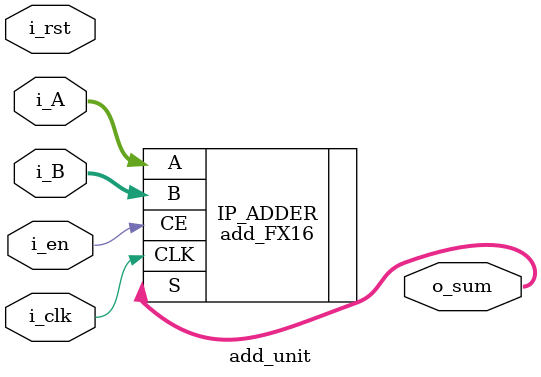
<source format=sv>
module add_tree_64 (
    // Operation signals
    input  wire           i_clk,
    input  wire           i_en,
    input  wire           i_rst,

    // Length mode input
    input  wire    [3:0]  i_length_mode,

    // Data input signals
    input  wire           i_valid,
    input  wire [1023:0]  i_in0_flat,
    input  wire [1023:0]  i_in1_flat,

    // Data output signals
    output wire    [15:0] o_sum64_0,
    output wire    [15:0] o_sum32_0,
    output wire    [15:0] o_sum32_1,
    output wire    [15:0] o_sum16_0,
    output wire    [15:0] o_sum16_1,
    output wire    [15:0] o_sum16_2,
    output wire    [15:0] o_sum16_3,

    // Bypass outputs
    output wire    [3:0]  o_length_mode_byp,
    output wire           o_valid_byp,
    output wire [1023:0]  o_in0_byp
);
    // Stage data signals
    wire [15:0] stg_data [0:6][0:63];

    // Bypass registers (12 stages)
    reg    [3:0]  r_length_mode_byp [0:11];
    reg           r_valid_byp       [0:11];
    reg [1023:0]  r_in0_byp         [0:11];

    // Bypass pipeline (12 stages)
    always @(posedge i_clk) begin
        if (i_rst) begin
            for (integer k = 0; k <= 11; k = k + 1) begin
                r_length_mode_byp[k] <= 4'b0;
                r_valid_byp      [k] <= 1'b0;
                r_in0_byp        [k] <= 1024'd0;
            end
        end
        else if (i_en) begin
            r_length_mode_byp[0] <= i_length_mode;
            r_valid_byp      [0] <= i_valid;
            r_in0_byp        [0] <= i_in0_flat;
            for (integer k = 0; k <= 10; k = k + 1) begin
                r_length_mode_byp[k+1] <= r_length_mode_byp[k];
                r_valid_byp      [k+1] <= r_valid_byp      [k];
                r_in0_byp        [k+1] <= r_in0_byp        [k];
            end
        end
    end

    // Initial stage assignments
    generate
        for (genvar i = 0; i < 64; i = i + 1) begin : input_gen
            assign stg_data[0][i] = i_in1_flat[i*16 +: 16];
        end
    endgenerate

    // Adder tree generation (6 stages, each stage is 2-cycles)
    generate
        for (genvar j = 0; j < 6; j = j + 1) begin : stages
            for (genvar i = 0; i < (64 >> (j+1)); i = i + 1) begin : adders
                add_unit ADDER (
                    .i_clk(i_clk),
                    .i_en (i_en),
                    .i_rst(i_rst),
                    .i_A  (stg_data[j][2*i]),
                    .i_B  (stg_data[j][2*i+1]),
                    .o_sum(stg_data[j+1][i])
                );
            end
        end
    endgenerate

    // Output pipelines for 32-mode and 16-mode
    // 2-stage pipe for 32-mode sums
    reg [15:0] sum32_0_pip [0:1];
    reg [15:0] sum32_1_pip [0:1];
    // 4-stage pipe for 16-mode sums
    reg [15:0] sum16_0_pip [0:3];
    reg [15:0] sum16_1_pip [0:3];
    reg [15:0] sum16_2_pip [0:3];
    reg [15:0] sum16_3_pip [0:3];

    always @(posedge i_clk) begin
        if (i_rst) begin
            for (integer k = 0; k < 2; k = k + 1) begin
                sum32_0_pip[k] <= 16'd0; sum32_1_pip[k] <= 16'd0;
            end
            for (integer k = 0; k < 4; k = k + 1) begin
                sum16_0_pip[k] <= 16'd0; sum16_1_pip[k] <= 16'd0;
                sum16_2_pip[k] <= 16'd0; sum16_3_pip[k] <= 16'd0;
            end
        end
        else if (i_en) begin
            // 32-mode pipeline (2 stage)
            sum32_0_pip[0] <= stg_data[5][0];
            sum32_1_pip[0] <= stg_data[5][1];
            sum32_0_pip[1] <= sum32_0_pip[0];
            sum32_1_pip[1] <= sum32_1_pip[0];
            // 16-mode pipeline (4 stages)
            sum16_0_pip[0] <= stg_data[4][0];
            sum16_1_pip[0] <= stg_data[4][1];
            sum16_2_pip[0] <= stg_data[4][2];
            sum16_3_pip[0] <= stg_data[4][3];
            for (integer k = 0; k < 3; k = k + 1) begin
                sum16_0_pip[k+1] <= sum16_0_pip[k];
                sum16_1_pip[k+1] <= sum16_1_pip[k];
                sum16_2_pip[k+1] <= sum16_2_pip[k];
                sum16_3_pip[k+1] <= sum16_3_pip[k];
            end
        end
    end

    // Output assignments
    // 64-mode output
    assign o_sum64_0     = stg_data[6][0];
    // 32-mode outputs
    assign o_sum32_0     = sum32_0_pip[1];
    assign o_sum32_1     = sum32_1_pip[1];
    // 16-mode outputs
    assign o_sum16_0     = sum16_0_pip[3];
    assign o_sum16_1     = sum16_1_pip[3];
    assign o_sum16_2     = sum16_2_pip[3];
    assign o_sum16_3     = sum16_3_pip[3];
    // Bypass outputs
    assign o_length_mode_byp = r_length_mode_byp[11];
    assign o_valid_byp       = r_valid_byp      [11];
    assign o_in0_byp         = r_in0_byp        [11];

endmodule

module add_unit (
    // Operation signals
    input  wire        i_clk,
    input  wire        i_en,
    input  wire        i_rst,

    // Inputs
    input  wire [15:0] i_A,
    input  wire [15:0] i_B,

    // Output
    output wire [15:0] o_sum
);
    // Instantiate FXP Adder IP Core
    // 2-clock cycle latency
    add_FX16 IP_ADDER (
        .A  (i_A),
        .B  (i_B),
        .CLK(i_clk),
        .CE (i_en),
        .S  (o_sum)
    );
endmodule
</source>
